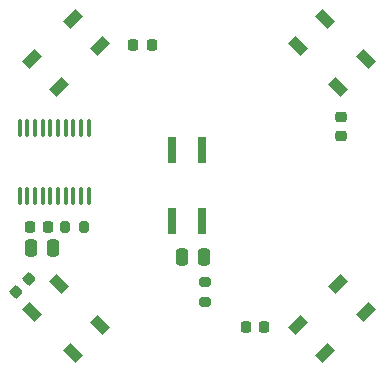
<source format=gtp>
G04 #@! TF.GenerationSoftware,KiCad,Pcbnew,(6.0.10-0)*
G04 #@! TF.CreationDate,2023-01-28T23:12:22+01:00*
G04 #@! TF.ProjectId,hitpoint-proto-v1,68697470-6f69-46e7-942d-70726f746f2d,Proto V1*
G04 #@! TF.SameCoordinates,Original*
G04 #@! TF.FileFunction,Paste,Top*
G04 #@! TF.FilePolarity,Positive*
%FSLAX46Y46*%
G04 Gerber Fmt 4.6, Leading zero omitted, Abs format (unit mm)*
G04 Created by KiCad (PCBNEW (6.0.10-0)) date 2023-01-28 23:12:22*
%MOMM*%
%LPD*%
G01*
G04 APERTURE LIST*
G04 Aperture macros list*
%AMRoundRect*
0 Rectangle with rounded corners*
0 $1 Rounding radius*
0 $2 $3 $4 $5 $6 $7 $8 $9 X,Y pos of 4 corners*
0 Add a 4 corners polygon primitive as box body*
4,1,4,$2,$3,$4,$5,$6,$7,$8,$9,$2,$3,0*
0 Add four circle primitives for the rounded corners*
1,1,$1+$1,$2,$3*
1,1,$1+$1,$4,$5*
1,1,$1+$1,$6,$7*
1,1,$1+$1,$8,$9*
0 Add four rect primitives between the rounded corners*
20,1,$1+$1,$2,$3,$4,$5,0*
20,1,$1+$1,$4,$5,$6,$7,0*
20,1,$1+$1,$6,$7,$8,$9,0*
20,1,$1+$1,$8,$9,$2,$3,0*%
%AMRotRect*
0 Rectangle, with rotation*
0 The origin of the aperture is its center*
0 $1 length*
0 $2 width*
0 $3 Rotation angle, in degrees counterclockwise*
0 Add horizontal line*
21,1,$1,$2,0,0,$3*%
G04 Aperture macros list end*
%ADD10RoundRect,0.200000X0.200000X0.275000X-0.200000X0.275000X-0.200000X-0.275000X0.200000X-0.275000X0*%
%ADD11RoundRect,0.200000X-0.275000X0.200000X-0.275000X-0.200000X0.275000X-0.200000X0.275000X0.200000X0*%
%ADD12RoundRect,0.225000X-0.225000X-0.250000X0.225000X-0.250000X0.225000X0.250000X-0.225000X0.250000X0*%
%ADD13RoundRect,0.225000X0.225000X0.250000X-0.225000X0.250000X-0.225000X-0.250000X0.225000X-0.250000X0*%
%ADD14RoundRect,0.225000X-0.017678X0.335876X-0.335876X0.017678X0.017678X-0.335876X0.335876X-0.017678X0*%
%ADD15RotRect,1.500000X0.900000X135.000000*%
%ADD16RoundRect,0.225000X-0.250000X0.225000X-0.250000X-0.225000X0.250000X-0.225000X0.250000X0.225000X0*%
%ADD17RoundRect,0.250000X-0.250000X-0.475000X0.250000X-0.475000X0.250000X0.475000X-0.250000X0.475000X0*%
%ADD18RoundRect,0.100000X0.100000X-0.637500X0.100000X0.637500X-0.100000X0.637500X-0.100000X-0.637500X0*%
%ADD19RotRect,1.500000X0.900000X45.000000*%
%ADD20RoundRect,0.187500X0.187500X-0.937500X0.187500X0.937500X-0.187500X0.937500X-0.187500X-0.937500X0*%
%ADD21RotRect,1.500000X0.900000X225.000000*%
%ADD22RotRect,1.500000X0.900000X315.000000*%
G04 APERTURE END LIST*
D10*
X126125000Y-91000000D03*
X127775000Y-91000000D03*
D11*
X138000000Y-97325000D03*
X138000000Y-95675000D03*
D12*
X133500000Y-75600000D03*
X131950000Y-75600000D03*
D13*
X141450000Y-99500000D03*
X143000000Y-99500000D03*
D14*
X122000000Y-96500000D03*
X123096016Y-95403984D03*
D15*
X145850862Y-75684315D03*
X148184315Y-73350862D03*
X151649138Y-76815685D03*
X149315685Y-79149138D03*
D16*
X149500000Y-83275000D03*
X149500000Y-81725000D03*
D17*
X125150000Y-92750000D03*
X123250000Y-92750000D03*
D12*
X124725000Y-91000000D03*
X123175000Y-91000000D03*
D18*
X122325000Y-82637500D03*
X122975000Y-82637500D03*
X123625000Y-82637500D03*
X124275000Y-82637500D03*
X124925000Y-82637500D03*
X125575000Y-82637500D03*
X126225000Y-82637500D03*
X126875000Y-82637500D03*
X127525000Y-82637500D03*
X128175000Y-82637500D03*
X128175000Y-88362500D03*
X127525000Y-88362500D03*
X126875000Y-88362500D03*
X126225000Y-88362500D03*
X125575000Y-88362500D03*
X124925000Y-88362500D03*
X124275000Y-88362500D03*
X123625000Y-88362500D03*
X122975000Y-88362500D03*
X122325000Y-88362500D03*
D19*
X149315685Y-95850862D03*
X151649138Y-98184315D03*
X148184315Y-101649138D03*
X145850862Y-99315685D03*
D20*
X137770000Y-90500000D03*
X135230000Y-90500000D03*
X135230000Y-84500000D03*
X137770000Y-84500000D03*
D17*
X137950000Y-93500000D03*
X136050000Y-93500000D03*
D21*
X125684315Y-79149138D03*
X123350862Y-76815685D03*
X126815685Y-73350862D03*
X129149138Y-75684315D03*
D22*
X129149138Y-99315685D03*
X126815685Y-101649138D03*
X123350862Y-98184315D03*
X125684315Y-95850862D03*
M02*

</source>
